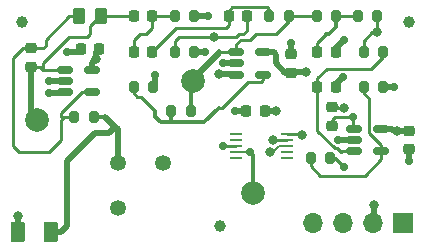
<source format=gtl>
G04 #@! TF.GenerationSoftware,KiCad,Pcbnew,7.0.10*
G04 #@! TF.CreationDate,2025-06-25T11:08:38-05:00*
G04 #@! TF.ProjectId,ppg-pcb-4-afe,7070672d-7063-4622-9d34-2d6166652e6b,0*
G04 #@! TF.SameCoordinates,Original*
G04 #@! TF.FileFunction,Copper,L1,Top*
G04 #@! TF.FilePolarity,Positive*
%FSLAX46Y46*%
G04 Gerber Fmt 4.6, Leading zero omitted, Abs format (unit mm)*
G04 Created by KiCad (PCBNEW 7.0.10) date 2025-06-25 11:08:38*
%MOMM*%
%LPD*%
G01*
G04 APERTURE LIST*
G04 Aperture macros list*
%AMRoundRect*
0 Rectangle with rounded corners*
0 $1 Rounding radius*
0 $2 $3 $4 $5 $6 $7 $8 $9 X,Y pos of 4 corners*
0 Add a 4 corners polygon primitive as box body*
4,1,4,$2,$3,$4,$5,$6,$7,$8,$9,$2,$3,0*
0 Add four circle primitives for the rounded corners*
1,1,$1+$1,$2,$3*
1,1,$1+$1,$4,$5*
1,1,$1+$1,$6,$7*
1,1,$1+$1,$8,$9*
0 Add four rect primitives between the rounded corners*
20,1,$1+$1,$2,$3,$4,$5,0*
20,1,$1+$1,$4,$5,$6,$7,0*
20,1,$1+$1,$6,$7,$8,$9,0*
20,1,$1+$1,$8,$9,$2,$3,0*%
G04 Aperture macros list end*
G04 #@! TA.AperFunction,SMDPad,CuDef*
%ADD10RoundRect,0.200000X-0.200000X-0.275000X0.200000X-0.275000X0.200000X0.275000X-0.200000X0.275000X0*%
G04 #@! TD*
G04 #@! TA.AperFunction,SMDPad,CuDef*
%ADD11RoundRect,0.225000X-0.225000X-0.250000X0.225000X-0.250000X0.225000X0.250000X-0.225000X0.250000X0*%
G04 #@! TD*
G04 #@! TA.AperFunction,SMDPad,CuDef*
%ADD12C,1.000000*%
G04 #@! TD*
G04 #@! TA.AperFunction,SMDPad,CuDef*
%ADD13RoundRect,0.225000X0.225000X0.250000X-0.225000X0.250000X-0.225000X-0.250000X0.225000X-0.250000X0*%
G04 #@! TD*
G04 #@! TA.AperFunction,ComponentPad*
%ADD14R,1.700000X1.700000*%
G04 #@! TD*
G04 #@! TA.AperFunction,ComponentPad*
%ADD15O,1.700000X1.700000*%
G04 #@! TD*
G04 #@! TA.AperFunction,SMDPad,CuDef*
%ADD16RoundRect,0.225000X-0.250000X0.225000X-0.250000X-0.225000X0.250000X-0.225000X0.250000X0.225000X0*%
G04 #@! TD*
G04 #@! TA.AperFunction,SMDPad,CuDef*
%ADD17RoundRect,0.150000X-0.512500X-0.150000X0.512500X-0.150000X0.512500X0.150000X-0.512500X0.150000X0*%
G04 #@! TD*
G04 #@! TA.AperFunction,SMDPad,CuDef*
%ADD18RoundRect,0.250000X0.375000X0.625000X-0.375000X0.625000X-0.375000X-0.625000X0.375000X-0.625000X0*%
G04 #@! TD*
G04 #@! TA.AperFunction,ComponentPad*
%ADD19C,2.000000*%
G04 #@! TD*
G04 #@! TA.AperFunction,SMDPad,CuDef*
%ADD20RoundRect,0.250000X-0.262500X-0.450000X0.262500X-0.450000X0.262500X0.450000X-0.262500X0.450000X0*%
G04 #@! TD*
G04 #@! TA.AperFunction,SMDPad,CuDef*
%ADD21RoundRect,0.225000X0.250000X-0.225000X0.250000X0.225000X-0.250000X0.225000X-0.250000X-0.225000X0*%
G04 #@! TD*
G04 #@! TA.AperFunction,ComponentPad*
%ADD22C,1.350000*%
G04 #@! TD*
G04 #@! TA.AperFunction,SMDPad,CuDef*
%ADD23R,1.100000X0.250000*%
G04 #@! TD*
G04 #@! TA.AperFunction,ViaPad*
%ADD24C,0.700000*%
G04 #@! TD*
G04 #@! TA.AperFunction,ViaPad*
%ADD25C,0.800000*%
G04 #@! TD*
G04 #@! TA.AperFunction,Conductor*
%ADD26C,0.500000*%
G04 #@! TD*
G04 #@! TA.AperFunction,Conductor*
%ADD27C,0.250000*%
G04 #@! TD*
G04 #@! TA.AperFunction,Conductor*
%ADD28C,0.300000*%
G04 #@! TD*
G04 #@! TA.AperFunction,Conductor*
%ADD29C,0.200000*%
G04 #@! TD*
G04 APERTURE END LIST*
D10*
X124675000Y-83000000D03*
X126325000Y-83000000D03*
D11*
X124725000Y-86000000D03*
X126275000Y-86000000D03*
D12*
X99750000Y-83500000D03*
D13*
X120275000Y-91000000D03*
X118725000Y-91000000D03*
D10*
X128175000Y-83000000D03*
X129825000Y-83000000D03*
D11*
X124725000Y-89000000D03*
X126275000Y-89000000D03*
D10*
X124175000Y-95000000D03*
X125825000Y-95000000D03*
D14*
X132000000Y-100500000D03*
D15*
X129460000Y-100500000D03*
X126920000Y-100500000D03*
X124380000Y-100500000D03*
D10*
X112350000Y-91000000D03*
X114000000Y-91000000D03*
D16*
X132500000Y-92725000D03*
X132500000Y-94275000D03*
D10*
X112675000Y-83000000D03*
X114325000Y-83000000D03*
D17*
X117862500Y-86050000D03*
X117862500Y-87000000D03*
X117862500Y-87950000D03*
X120137500Y-87950000D03*
X120137500Y-86050000D03*
D18*
X102150000Y-101250000D03*
X99350000Y-101250000D03*
D13*
X106275000Y-85750000D03*
X104725000Y-85750000D03*
D19*
X101000000Y-91750000D03*
D12*
X116500000Y-100750000D03*
D17*
X103362500Y-87550000D03*
X103362500Y-88500000D03*
X103362500Y-89450000D03*
X105637500Y-89450000D03*
X105637500Y-87550000D03*
D20*
X104587500Y-83000000D03*
X106412500Y-83000000D03*
D11*
X109225000Y-83000000D03*
X110775000Y-83000000D03*
D16*
X126000000Y-90725000D03*
X126000000Y-92275000D03*
D10*
X112675000Y-86000000D03*
X114325000Y-86000000D03*
D12*
X132500000Y-83500000D03*
D19*
X114250000Y-88500000D03*
D10*
X120675000Y-83000000D03*
X122325000Y-83000000D03*
D21*
X122500000Y-87775000D03*
X122500000Y-86225000D03*
D10*
X109175000Y-89000000D03*
X110825000Y-89000000D03*
X128675000Y-89000000D03*
X130325000Y-89000000D03*
D19*
X119250000Y-98000000D03*
D10*
X128675000Y-86000000D03*
X130325000Y-86000000D03*
D22*
X107819600Y-99250000D03*
X107819600Y-95389200D03*
X111680400Y-95389200D03*
D16*
X100500000Y-85725000D03*
X100500000Y-87275000D03*
D11*
X117225000Y-83000000D03*
X118775000Y-83000000D03*
D23*
X117850000Y-93000000D03*
X117850000Y-93500000D03*
X117850000Y-94000000D03*
X117850000Y-94500000D03*
X117850000Y-95000000D03*
X122150000Y-95000000D03*
X122150000Y-94500000D03*
X122150000Y-94000000D03*
X122150000Y-93500000D03*
X122150000Y-93000000D03*
D11*
X109225000Y-86000000D03*
X110775000Y-86000000D03*
D17*
X127862500Y-92550000D03*
X127862500Y-93500000D03*
X127862500Y-94450000D03*
X130137500Y-94450000D03*
X130137500Y-92550000D03*
D10*
X104175000Y-91500000D03*
X105825000Y-91500000D03*
D24*
X116750000Y-87000000D03*
X122500000Y-85250000D03*
X111000000Y-88000000D03*
X132500000Y-95250000D03*
X117750000Y-91000000D03*
X102000000Y-88500000D03*
X115500000Y-83000000D03*
X126875000Y-88125000D03*
X127000000Y-85000000D03*
X116750000Y-94000000D03*
X102000000Y-89500000D03*
X126500000Y-93500000D03*
X115250000Y-86000000D03*
X103500000Y-86000000D03*
X131250000Y-89000000D03*
D25*
X99350000Y-99900000D03*
X123400000Y-93085075D03*
X121000000Y-93500000D03*
X131500000Y-92725000D03*
X120750000Y-94500000D03*
X129500000Y-99000000D03*
X121250000Y-91000000D03*
X106000000Y-86637500D03*
X123750000Y-87750000D03*
X116449583Y-87901251D03*
X116000000Y-84750000D03*
D24*
X127000000Y-95750000D03*
X127750000Y-91500000D03*
X119000000Y-94500000D03*
D25*
X127000000Y-90750000D03*
X129825000Y-84350000D03*
D26*
X115500000Y-83000000D02*
X114325000Y-83000000D01*
X126275000Y-88725000D02*
X126275000Y-89000000D01*
X111000000Y-88825000D02*
X110825000Y-89000000D01*
X117750000Y-91000000D02*
X118725000Y-91000000D01*
X126275000Y-86000000D02*
X126275000Y-85725000D01*
X111000000Y-88000000D02*
X111000000Y-88825000D01*
X126275000Y-85725000D02*
X127000000Y-85000000D01*
X126500000Y-93500000D02*
X127862500Y-93500000D01*
X102000000Y-89500000D02*
X103312500Y-89500000D01*
D27*
X117850000Y-94000000D02*
X116750000Y-94000000D01*
D26*
X103312500Y-89500000D02*
X103362500Y-89450000D01*
X102000000Y-88500000D02*
X103362500Y-88500000D01*
X115250000Y-86000000D02*
X114325000Y-86000000D01*
X104475000Y-86000000D02*
X104725000Y-85750000D01*
X132500000Y-95250000D02*
X132500000Y-94275000D01*
X99350000Y-101250000D02*
X99350000Y-99900000D01*
X122500000Y-85250000D02*
X122500000Y-86225000D01*
X116750000Y-87000000D02*
X117862500Y-87000000D01*
X103500000Y-86000000D02*
X104475000Y-86000000D01*
X126875000Y-88125000D02*
X126275000Y-88725000D01*
X130325000Y-89000000D02*
X131250000Y-89000000D01*
X106750000Y-91500000D02*
X107625000Y-92375000D01*
X103500000Y-100750000D02*
X103000000Y-101250000D01*
X107625000Y-92375000D02*
X107819600Y-92569600D01*
X103500000Y-95250000D02*
X103500000Y-100750000D01*
X103000000Y-101250000D02*
X102150000Y-101250000D01*
D28*
X105825000Y-91500000D02*
X106750000Y-91500000D01*
D26*
X107125000Y-92875000D02*
X107625000Y-92375000D01*
X105875000Y-92875000D02*
X107125000Y-92875000D01*
X107819600Y-92569600D02*
X107819600Y-95389200D01*
X105875000Y-92875000D02*
X103500000Y-95250000D01*
D27*
X123314925Y-93000000D02*
X123400000Y-93085075D01*
X122150000Y-93000000D02*
X123314925Y-93000000D01*
X122150000Y-93500000D02*
X121000000Y-93500000D01*
X124175000Y-95000000D02*
X124175000Y-95675000D01*
X130137500Y-94450000D02*
X130137500Y-93887500D01*
X124175000Y-95675000D02*
X125000000Y-96500000D01*
X130137500Y-93887500D02*
X129150000Y-92900000D01*
X125000000Y-96500000D02*
X128750000Y-96500000D01*
X128750000Y-96500000D02*
X130137500Y-95112500D01*
X128675000Y-89500000D02*
X128675000Y-89000000D01*
X130137500Y-95112500D02*
X130137500Y-94450000D01*
X129150000Y-89975000D02*
X128675000Y-89500000D01*
X129150000Y-92900000D02*
X129150000Y-89975000D01*
D26*
X105637500Y-87000000D02*
X105637500Y-87550000D01*
X121250000Y-87000000D02*
X121250000Y-86250000D01*
X131500000Y-92725000D02*
X132500000Y-92725000D01*
D29*
X120989950Y-94500000D02*
X120750000Y-94500000D01*
D26*
X131050000Y-92550000D02*
X130137500Y-92550000D01*
X122500000Y-87775000D02*
X122025000Y-87775000D01*
D29*
X121489950Y-94000000D02*
X120989950Y-94500000D01*
D26*
X121250000Y-91000000D02*
X120750000Y-91000000D01*
X129500000Y-99000000D02*
X129500000Y-100460000D01*
D29*
X122150000Y-94000000D02*
X121489950Y-94000000D01*
D26*
X106000000Y-86637500D02*
X106000000Y-86025000D01*
X120275000Y-91000000D02*
X121250000Y-91000000D01*
X131500000Y-92725000D02*
X131225000Y-92725000D01*
X123750000Y-87750000D02*
X122525000Y-87750000D01*
X122525000Y-87750000D02*
X122500000Y-87775000D01*
X121050000Y-86050000D02*
X120137500Y-86050000D01*
X106000000Y-86637500D02*
X105637500Y-87000000D01*
X106000000Y-86025000D02*
X106275000Y-85750000D01*
X131225000Y-92725000D02*
X131050000Y-92550000D01*
X121250000Y-86250000D02*
X121050000Y-86050000D01*
X122025000Y-87775000D02*
X121250000Y-87000000D01*
D27*
X103045405Y-91500000D02*
X103250000Y-91500000D01*
X104800000Y-89450000D02*
X103045405Y-91204595D01*
X103000000Y-93500000D02*
X103000000Y-91750000D01*
X99000000Y-94000000D02*
X99500000Y-94500000D01*
X99500000Y-94500000D02*
X102000000Y-94500000D01*
X104675000Y-83000000D02*
X103750000Y-83000000D01*
X100500000Y-85725000D02*
X99775000Y-85725000D01*
X102000000Y-94500000D02*
X103000000Y-93500000D01*
X99000000Y-86500000D02*
X99000000Y-94000000D01*
X103000000Y-91750000D02*
X103250000Y-91500000D01*
X101750000Y-85000000D02*
X101750000Y-85500000D01*
X103045405Y-91204595D02*
X103045405Y-91500000D01*
X105637500Y-89450000D02*
X104800000Y-89450000D01*
X103750000Y-83000000D02*
X101750000Y-85000000D01*
X101750000Y-85500000D02*
X101525000Y-85725000D01*
X101525000Y-85725000D02*
X100500000Y-85725000D01*
X99775000Y-85725000D02*
X99000000Y-86500000D01*
X103250000Y-91500000D02*
X104175000Y-91500000D01*
X110200000Y-84550000D02*
X110775000Y-83975000D01*
X110775000Y-83975000D02*
X110775000Y-83000000D01*
X110775000Y-83000000D02*
X112675000Y-83000000D01*
X109700000Y-84550000D02*
X110200000Y-84550000D01*
X109225000Y-86000000D02*
X109225000Y-85025000D01*
X109225000Y-85025000D02*
X109700000Y-84550000D01*
X117225000Y-83775000D02*
X117000000Y-84000000D01*
X117225000Y-82525000D02*
X117225000Y-83000000D01*
X111575000Y-85200000D02*
X110775000Y-86000000D01*
X117000000Y-84000000D02*
X112750000Y-84000000D01*
X120675000Y-82425000D02*
X120450000Y-82200000D01*
X112750000Y-84000000D02*
X111575000Y-85175000D01*
X120675000Y-83000000D02*
X120675000Y-82425000D01*
X117225000Y-83000000D02*
X117225000Y-83775000D01*
X111575000Y-85175000D02*
X111575000Y-85200000D01*
X120450000Y-82200000D02*
X117550000Y-82200000D01*
X117550000Y-82200000D02*
X117225000Y-82525000D01*
X118775000Y-84225000D02*
X118450000Y-84550000D01*
X118450000Y-84550000D02*
X118063604Y-84550000D01*
X117863604Y-84750000D02*
X116000000Y-84750000D01*
D26*
X116449583Y-87901251D02*
X117813751Y-87901251D01*
D27*
X118775000Y-83000000D02*
X118775000Y-84225000D01*
D26*
X117813751Y-87901251D02*
X117862500Y-87950000D01*
D27*
X118063604Y-84550000D02*
X117863604Y-84750000D01*
X116000000Y-84750000D02*
X113000000Y-84750000D01*
X112675000Y-85075000D02*
X112675000Y-86000000D01*
X113000000Y-84750000D02*
X112675000Y-85075000D01*
D28*
X126325000Y-83925000D02*
X125750000Y-84500000D01*
X125750000Y-84500000D02*
X125500000Y-84500000D01*
D27*
X124725000Y-86000000D02*
X124725000Y-85275000D01*
D28*
X126325000Y-83000000D02*
X126325000Y-83925000D01*
D27*
X124725000Y-85275000D02*
X125500000Y-84500000D01*
X126325000Y-83000000D02*
X128175000Y-83000000D01*
X124725000Y-89000000D02*
X124725000Y-88275000D01*
X124725000Y-92679595D02*
X124725000Y-89000000D01*
X127862500Y-94450000D02*
X126800000Y-94450000D01*
X125550000Y-87450000D02*
X129300000Y-87450000D01*
X126800000Y-94450000D02*
X126750000Y-94500000D01*
X129300000Y-87450000D02*
X130325000Y-86425000D01*
X126425000Y-94175000D02*
X126220405Y-94175000D01*
X130325000Y-86425000D02*
X130325000Y-86000000D01*
X124725000Y-88275000D02*
X125550000Y-87450000D01*
X126750000Y-94500000D02*
X126425000Y-94175000D01*
X126220405Y-94175000D02*
X124725000Y-92679595D01*
X126250000Y-91500000D02*
X126000000Y-91750000D01*
X126000000Y-91750000D02*
X126000000Y-92275000D01*
X126250000Y-95000000D02*
X127000000Y-95750000D01*
D29*
X119000000Y-94500000D02*
X117850000Y-94500000D01*
D28*
X119000000Y-94500000D02*
X119250000Y-94750000D01*
D27*
X127750000Y-92437500D02*
X127862500Y-92550000D01*
X127750000Y-91500000D02*
X126250000Y-91500000D01*
D28*
X119250000Y-94750000D02*
X119250000Y-98000000D01*
D27*
X125825000Y-95000000D02*
X126250000Y-95000000D01*
X127750000Y-91500000D02*
X127750000Y-92250000D01*
X127750000Y-92250000D02*
X127750000Y-92437500D01*
X128675000Y-85075000D02*
X128675000Y-86000000D01*
X126000000Y-90725000D02*
X127000000Y-90750000D01*
X129825000Y-84350000D02*
X129825000Y-83000000D01*
X129400000Y-84350000D02*
X128675000Y-85075000D01*
X129825000Y-84350000D02*
X129400000Y-84350000D01*
D28*
X112500000Y-92000000D02*
X111500000Y-92000000D01*
X116373833Y-90750000D02*
X115123833Y-92000000D01*
D27*
X109175000Y-89475000D02*
X109500000Y-89800000D01*
D28*
X115123833Y-92000000D02*
X112500000Y-92000000D01*
D27*
X120137500Y-88362500D02*
X119950000Y-88550000D01*
X120137500Y-87950000D02*
X120137500Y-88362500D01*
X119950000Y-88550000D02*
X118888604Y-88550000D01*
X116688604Y-90750000D02*
X116373833Y-90750000D01*
X109175000Y-89000000D02*
X109175000Y-89475000D01*
X109800000Y-89800000D02*
X111000000Y-91000000D01*
D28*
X112350000Y-91850000D02*
X112500000Y-92000000D01*
D27*
X109500000Y-89800000D02*
X109800000Y-89800000D01*
D28*
X111000000Y-91500000D02*
X111000000Y-91000000D01*
X111500000Y-92000000D02*
X111000000Y-91500000D01*
X112350000Y-91000000D02*
X112350000Y-91850000D01*
D27*
X118888604Y-88550000D02*
X116688604Y-90750000D01*
D26*
X114250000Y-88500000D02*
X114250000Y-88300000D01*
X114250000Y-88300000D02*
X116450000Y-86100000D01*
D27*
X118250000Y-85000000D02*
X117862500Y-85387500D01*
X124675000Y-83000000D02*
X122325000Y-83000000D01*
X117862500Y-85387500D02*
X117862500Y-86050000D01*
X122325000Y-83000000D02*
X122325000Y-83425000D01*
X119000000Y-85000000D02*
X118250000Y-85000000D01*
D28*
X114000000Y-88750000D02*
X114250000Y-88500000D01*
D27*
X119500000Y-84500000D02*
X119000000Y-85000000D01*
D28*
X114000000Y-91000000D02*
X114000000Y-88750000D01*
D26*
X116450000Y-86100000D02*
X116450000Y-86050000D01*
D27*
X121250000Y-84500000D02*
X119500000Y-84500000D01*
X117862500Y-86050000D02*
X116450000Y-86050000D01*
X122325000Y-83425000D02*
X121250000Y-84500000D01*
X101545405Y-87550000D02*
X103362500Y-87550000D01*
X105525000Y-83800000D02*
X106325000Y-83000000D01*
D26*
X100500000Y-87275000D02*
X100500000Y-91250000D01*
D27*
X100500000Y-87275000D02*
X101270405Y-87275000D01*
X101270405Y-87275000D02*
X101545405Y-87550000D01*
X101545405Y-86954595D02*
X103750000Y-84750000D01*
X105250000Y-84750000D02*
X105525000Y-84475000D01*
X103750000Y-84750000D02*
X105250000Y-84750000D01*
D26*
X100500000Y-91250000D02*
X101000000Y-91750000D01*
D27*
X101545405Y-87550000D02*
X101545405Y-86954595D01*
X105525000Y-84475000D02*
X105525000Y-83800000D01*
X106325000Y-83000000D02*
X109225000Y-83000000D01*
M02*

</source>
